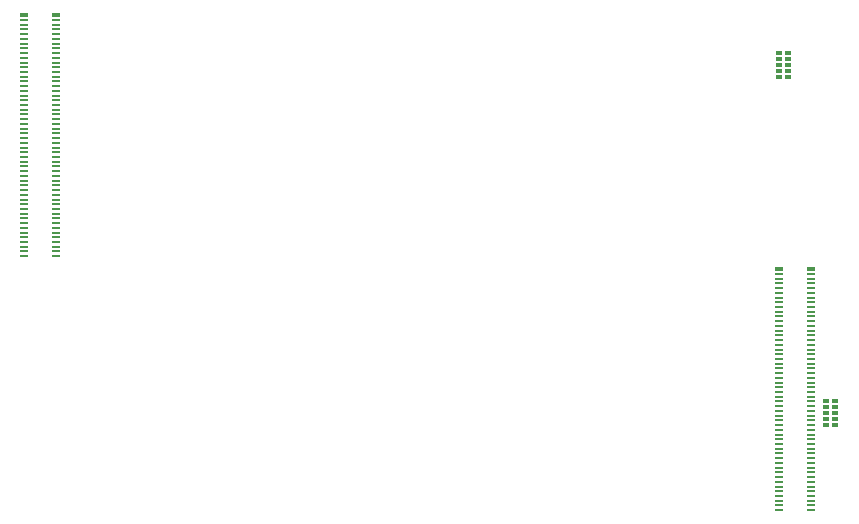
<source format=gbr>
%TF.GenerationSoftware,KiCad,Pcbnew,(5.99.0-10407-g1e8b23402c)*%
%TF.CreationDate,2021-06-15T11:20:33-06:00*%
%TF.ProjectId,mezzanine,6d657a7a-616e-4696-9e65-2e6b69636164,rev?*%
%TF.SameCoordinates,Original*%
%TF.FileFunction,Paste,Bot*%
%TF.FilePolarity,Positive*%
%FSLAX46Y46*%
G04 Gerber Fmt 4.6, Leading zero omitted, Abs format (unit mm)*
G04 Created by KiCad (PCBNEW (5.99.0-10407-g1e8b23402c)) date 2021-06-15 11:20:33*
%MOMM*%
%LPD*%
G01*
G04 APERTURE LIST*
%ADD10R,0.660000X0.230000*%
%ADD11R,0.660000X0.350000*%
%ADD12R,0.550000X0.300000*%
%ADD13R,0.550000X0.400000*%
G04 APERTURE END LIST*
D10*
%TO.C,Module1*%
X87355000Y-52200000D03*
X84645000Y-52200000D03*
X87355000Y-52600000D03*
X84645000Y-52600000D03*
X87355000Y-53000000D03*
X84645000Y-53000000D03*
X87355000Y-53400000D03*
X84645000Y-53400000D03*
X87355000Y-53800000D03*
X84645000Y-53800000D03*
X87355000Y-54200000D03*
X84645000Y-54200000D03*
X87355000Y-54600000D03*
X84645000Y-54600000D03*
X87355000Y-55000000D03*
X84645000Y-55000000D03*
X87355000Y-55400000D03*
X84645000Y-55400000D03*
X87355000Y-55800000D03*
X84645000Y-55800000D03*
X87355000Y-56200000D03*
X84645000Y-56200000D03*
X87355000Y-56600000D03*
X84645000Y-56600000D03*
X87355000Y-57000000D03*
X84645000Y-57000000D03*
X87355000Y-57400000D03*
X84645000Y-57400000D03*
X87355000Y-57800000D03*
X84645000Y-57800000D03*
X87355000Y-58200000D03*
X84645000Y-58200000D03*
X87355000Y-58600000D03*
X84645000Y-58600000D03*
X87355000Y-59000000D03*
X84645000Y-59000000D03*
X87355000Y-59400000D03*
X84645000Y-59400000D03*
X87355000Y-59800000D03*
X84645000Y-59800000D03*
X87355000Y-60200000D03*
X84645000Y-60200000D03*
X87355000Y-60600000D03*
X84645000Y-60600000D03*
X87355000Y-61000000D03*
X84645000Y-61000000D03*
X87355000Y-61400000D03*
X84645000Y-61400000D03*
X87355000Y-61800000D03*
X84645000Y-61800000D03*
X87355000Y-62200000D03*
X84645000Y-62200000D03*
X87355000Y-62600000D03*
X84645000Y-62600000D03*
X87355000Y-63000000D03*
X84645000Y-63000000D03*
X87355000Y-63400000D03*
X84645000Y-63400000D03*
X87355000Y-63800000D03*
X84645000Y-63800000D03*
X87355000Y-64200000D03*
X84645000Y-64200000D03*
X87355000Y-64600000D03*
X84645000Y-64600000D03*
X87355000Y-65000000D03*
X84645000Y-65000000D03*
X87355000Y-65400000D03*
X84645000Y-65400000D03*
X87355000Y-65800000D03*
X84645000Y-65800000D03*
X87355000Y-66200000D03*
X84645000Y-66200000D03*
X87355000Y-66600000D03*
X84645000Y-66600000D03*
X87355000Y-67000000D03*
X84645000Y-67000000D03*
X87355000Y-67400000D03*
X84645000Y-67400000D03*
X87355000Y-67800000D03*
X84645000Y-67800000D03*
X87355000Y-68200000D03*
X84645000Y-68200000D03*
X87355000Y-68600000D03*
X84645000Y-68600000D03*
X87355000Y-69000000D03*
X84645000Y-69000000D03*
X87355000Y-69400000D03*
X84645000Y-69400000D03*
X87355000Y-69800000D03*
X84645000Y-69800000D03*
X87355000Y-70200000D03*
X84645000Y-70200000D03*
X87355000Y-70600000D03*
X84645000Y-70600000D03*
X87355000Y-71000000D03*
X84645000Y-71000000D03*
X87355000Y-71400000D03*
X84645000Y-71400000D03*
X87355000Y-71800000D03*
X84645000Y-71800000D03*
X84645000Y-72200000D03*
D11*
X87355000Y-51740000D03*
X84645000Y-51740000D03*
D10*
X87355000Y-72200000D03*
%TD*%
D12*
%TO.C,U2*%
X88615000Y-65000000D03*
X88615000Y-64500000D03*
D13*
X88615000Y-64000000D03*
D12*
X88615000Y-63500000D03*
X88615000Y-63000000D03*
X89385000Y-64500000D03*
X89385000Y-63000000D03*
X89385000Y-63500000D03*
X89385000Y-65000000D03*
D13*
X89385000Y-64000000D03*
%TD*%
D10*
%TO.C,Module2*%
X23455000Y-30700000D03*
X20745000Y-30700000D03*
X23455000Y-31100000D03*
X20745000Y-31100000D03*
X23455000Y-31500000D03*
X20745000Y-31500000D03*
X23455000Y-31900000D03*
X20745000Y-31900000D03*
X23455000Y-32300000D03*
X20745000Y-32300000D03*
X23455000Y-32700000D03*
X20745000Y-32700000D03*
X23455000Y-33100000D03*
X20745000Y-33100000D03*
X23455000Y-33500000D03*
X20745000Y-33500000D03*
X23455000Y-33900000D03*
X20745000Y-33900000D03*
X23455000Y-34300000D03*
X20745000Y-34300000D03*
X23455000Y-34700000D03*
X20745000Y-34700000D03*
X23455000Y-35100000D03*
X20745000Y-35100000D03*
X23455000Y-35500000D03*
X20745000Y-35500000D03*
X23455000Y-35900000D03*
X20745000Y-35900000D03*
X23455000Y-36300000D03*
X20745000Y-36300000D03*
X23455000Y-36700000D03*
X20745000Y-36700000D03*
X23455000Y-37100000D03*
X20745000Y-37100000D03*
X23455000Y-37500000D03*
X20745000Y-37500000D03*
X23455000Y-37900000D03*
X20745000Y-37900000D03*
X23455000Y-38300000D03*
X20745000Y-38300000D03*
X23455000Y-38700000D03*
X20745000Y-38700000D03*
X23455000Y-39100000D03*
X20745000Y-39100000D03*
X23455000Y-39500000D03*
X20745000Y-39500000D03*
X23455000Y-39900000D03*
X20745000Y-39900000D03*
X23455000Y-40300000D03*
X20745000Y-40300000D03*
X23455000Y-40700000D03*
X20745000Y-40700000D03*
X23455000Y-41100000D03*
X20745000Y-41100000D03*
X23455000Y-41500000D03*
X20745000Y-41500000D03*
X23455000Y-41900000D03*
X20745000Y-41900000D03*
X23455000Y-42300000D03*
X20745000Y-42300000D03*
X23455000Y-42700000D03*
X20745000Y-42700000D03*
X23455000Y-43100000D03*
X20745000Y-43100000D03*
X23455000Y-43500000D03*
X20745000Y-43500000D03*
X23455000Y-43900000D03*
X20745000Y-43900000D03*
X23455000Y-44300000D03*
X20745000Y-44300000D03*
X23455000Y-44700000D03*
X20745000Y-44700000D03*
X23455000Y-45100000D03*
X20745000Y-45100000D03*
X23455000Y-45500000D03*
X20745000Y-45500000D03*
X23455000Y-45900000D03*
X20745000Y-45900000D03*
X23455000Y-46300000D03*
X20745000Y-46300000D03*
X23455000Y-46700000D03*
X20745000Y-46700000D03*
X23455000Y-47100000D03*
X20745000Y-47100000D03*
X23455000Y-47500000D03*
X20745000Y-47500000D03*
X23455000Y-47900000D03*
X20745000Y-47900000D03*
X23455000Y-48300000D03*
X20745000Y-48300000D03*
X23455000Y-48700000D03*
X20745000Y-48700000D03*
X23455000Y-49100000D03*
X20745000Y-49100000D03*
X23455000Y-49500000D03*
X20745000Y-49500000D03*
X23455000Y-49900000D03*
X20745000Y-49900000D03*
X23455000Y-50300000D03*
X20745000Y-50300000D03*
X20745000Y-50700000D03*
D11*
X23455000Y-30240000D03*
X20745000Y-30240000D03*
D10*
X23455000Y-50700000D03*
%TD*%
D12*
%TO.C,U4*%
X85385000Y-33500000D03*
X85385000Y-34000000D03*
D13*
X85385000Y-34500000D03*
D12*
X85385000Y-35000000D03*
X85385000Y-35500000D03*
X84615000Y-34000000D03*
X84615000Y-35500000D03*
X84615000Y-35000000D03*
X84615000Y-33500000D03*
D13*
X84615000Y-34500000D03*
%TD*%
M02*

</source>
